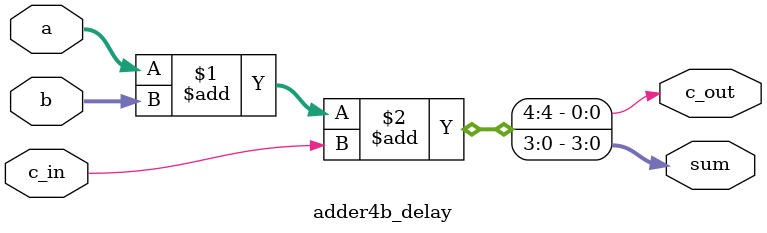
<source format=v>
`timescale 1ns / 1ps


module adder4b_delay (sum, c_out, a, b, c_in);
input [3:0] a, b;
input c_in;
output [3:0] sum;
output c_out;
assign #5 {c_out, sum} = a + b + c_in;
endmodule


</source>
